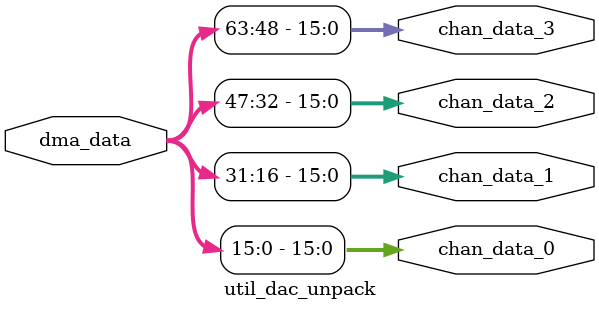
<source format=v>

`timescale 1ns/100ps

module util_dac_unpack (

  chan_data_0,
  chan_data_1,
  chan_data_2,
  chan_data_3,

  dma_data

  );

  output  [15:0]  chan_data_0;
  output  [15:0]  chan_data_1;
  output  [15:0]  chan_data_2;
  output  [15:0]  chan_data_3;

  input   [63:0]  dma_data;

  assign chan_data_0 = dma_data[15:0 ];
  assign chan_data_1 = dma_data[31:16];
  assign chan_data_2 = dma_data[47:32];
  assign chan_data_3 = dma_data[63:48];

endmodule

// ***************************************************************************
// ***************************************************************************

</source>
